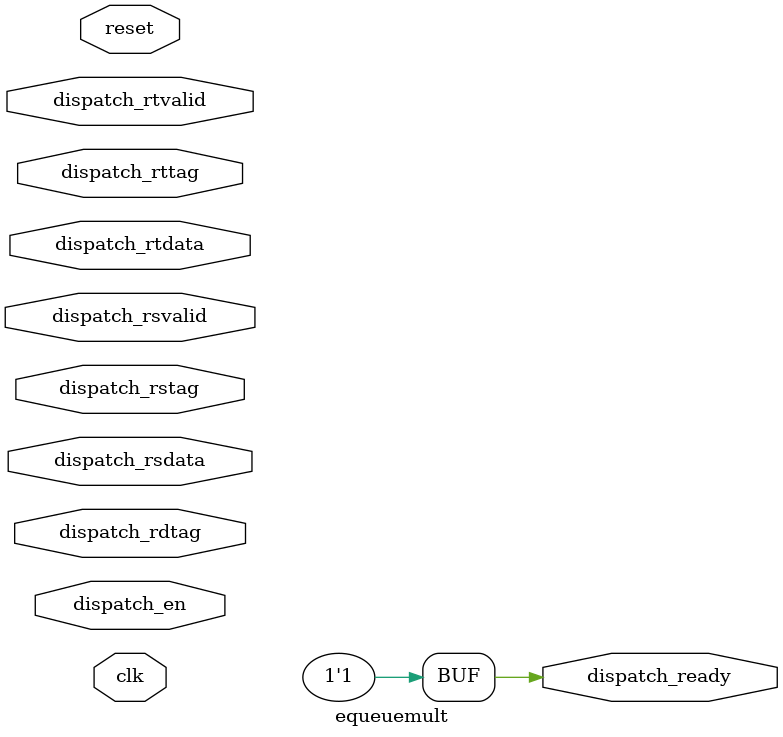
<source format=v>

`ifndef EQUEUEMULT_V
`define EQUEUEMULT_V

module equeuemult (
   input             clk,
   input             reset,

   input      [ 5:0] dispatch_rdtag,
   input      [ 5:0] dispatch_rstag,
   input      [ 5:0] dispatch_rttag,
   input      [31:0] dispatch_rsdata,
   input      [31:0] dispatch_rtdata,
   input             dispatch_rsvalid,
   input             dispatch_rtvalid,
   input             dispatch_en,
   output reg        dispatch_ready
);

   always @(*) begin : equeuemult_oreg_assign
      dispatch_ready = 1'b1;

/*      cdb_data = 
      cdb_tag =
      cdb_valid =
      cdb_branch
      cdb_branch_taken */

   end

endmodule

`endif


</source>
